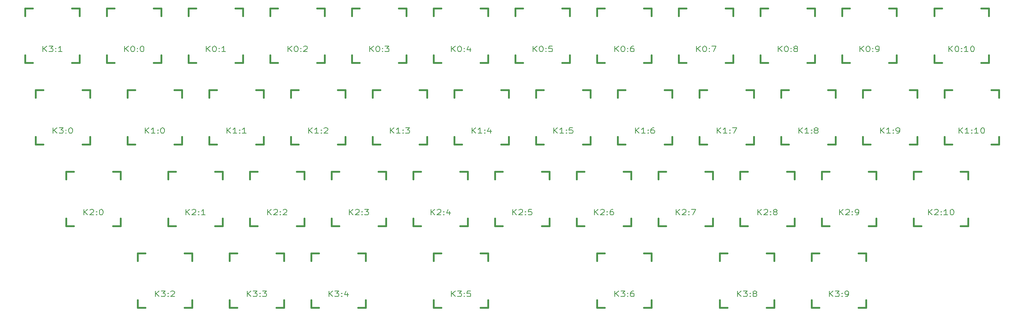
<source format=gto>
G04 #@! TF.FileFunction,Legend,Top*
%FSLAX46Y46*%
G04 Gerber Fmt 4.6, Leading zero omitted, Abs format (unit mm)*
G04 Created by KiCad (PCBNEW 4.0.7) date 05/05/18 17:10:26*
%MOMM*%
%LPD*%
G01*
G04 APERTURE LIST*
%ADD10C,0.100000*%
%ADD11C,0.381000*%
%ADD12C,0.203200*%
G04 APERTURE END LIST*
D10*
D11*
X157956250Y-62706250D02*
X159734250Y-62706250D01*
X168878250Y-62706250D02*
X170656250Y-62706250D01*
X170656250Y-62706250D02*
X170656250Y-64484250D01*
X170656250Y-73628250D02*
X170656250Y-75406250D01*
X170656250Y-75406250D02*
X168878250Y-75406250D01*
X159734250Y-75406250D02*
X157956250Y-75406250D01*
X157956250Y-75406250D02*
X157956250Y-73628250D01*
X157956250Y-64484250D02*
X157956250Y-62706250D01*
X177006250Y-62706250D02*
X178784250Y-62706250D01*
X187928250Y-62706250D02*
X189706250Y-62706250D01*
X189706250Y-62706250D02*
X189706250Y-64484250D01*
X189706250Y-73628250D02*
X189706250Y-75406250D01*
X189706250Y-75406250D02*
X187928250Y-75406250D01*
X178784250Y-75406250D02*
X177006250Y-75406250D01*
X177006250Y-75406250D02*
X177006250Y-73628250D01*
X177006250Y-64484250D02*
X177006250Y-62706250D01*
X241300000Y-24606250D02*
X243078000Y-24606250D01*
X252222000Y-24606250D02*
X254000000Y-24606250D01*
X254000000Y-24606250D02*
X254000000Y-26384250D01*
X254000000Y-35528250D02*
X254000000Y-37306250D01*
X254000000Y-37306250D02*
X252222000Y-37306250D01*
X243078000Y-37306250D02*
X241300000Y-37306250D01*
X241300000Y-37306250D02*
X241300000Y-35528250D01*
X241300000Y-26384250D02*
X241300000Y-24606250D01*
X48418750Y-24606250D02*
X50196750Y-24606250D01*
X59340750Y-24606250D02*
X61118750Y-24606250D01*
X61118750Y-24606250D02*
X61118750Y-26384250D01*
X61118750Y-35528250D02*
X61118750Y-37306250D01*
X61118750Y-37306250D02*
X59340750Y-37306250D01*
X50196750Y-37306250D02*
X48418750Y-37306250D01*
X48418750Y-37306250D02*
X48418750Y-35528250D01*
X48418750Y-26384250D02*
X48418750Y-24606250D01*
X67468750Y-24606250D02*
X69246750Y-24606250D01*
X78390750Y-24606250D02*
X80168750Y-24606250D01*
X80168750Y-24606250D02*
X80168750Y-26384250D01*
X80168750Y-35528250D02*
X80168750Y-37306250D01*
X80168750Y-37306250D02*
X78390750Y-37306250D01*
X69246750Y-37306250D02*
X67468750Y-37306250D01*
X67468750Y-37306250D02*
X67468750Y-35528250D01*
X67468750Y-26384250D02*
X67468750Y-24606250D01*
X86518750Y-24606250D02*
X88296750Y-24606250D01*
X97440750Y-24606250D02*
X99218750Y-24606250D01*
X99218750Y-24606250D02*
X99218750Y-26384250D01*
X99218750Y-35528250D02*
X99218750Y-37306250D01*
X99218750Y-37306250D02*
X97440750Y-37306250D01*
X88296750Y-37306250D02*
X86518750Y-37306250D01*
X86518750Y-37306250D02*
X86518750Y-35528250D01*
X86518750Y-26384250D02*
X86518750Y-24606250D01*
X105568750Y-24606250D02*
X107346750Y-24606250D01*
X116490750Y-24606250D02*
X118268750Y-24606250D01*
X118268750Y-24606250D02*
X118268750Y-26384250D01*
X118268750Y-35528250D02*
X118268750Y-37306250D01*
X118268750Y-37306250D02*
X116490750Y-37306250D01*
X107346750Y-37306250D02*
X105568750Y-37306250D01*
X105568750Y-37306250D02*
X105568750Y-35528250D01*
X105568750Y-26384250D02*
X105568750Y-24606250D01*
X124618750Y-24606250D02*
X126396750Y-24606250D01*
X135540750Y-24606250D02*
X137318750Y-24606250D01*
X137318750Y-24606250D02*
X137318750Y-26384250D01*
X137318750Y-35528250D02*
X137318750Y-37306250D01*
X137318750Y-37306250D02*
X135540750Y-37306250D01*
X126396750Y-37306250D02*
X124618750Y-37306250D01*
X124618750Y-37306250D02*
X124618750Y-35528250D01*
X124618750Y-26384250D02*
X124618750Y-24606250D01*
X143668750Y-24606250D02*
X145446750Y-24606250D01*
X154590750Y-24606250D02*
X156368750Y-24606250D01*
X156368750Y-24606250D02*
X156368750Y-26384250D01*
X156368750Y-35528250D02*
X156368750Y-37306250D01*
X156368750Y-37306250D02*
X154590750Y-37306250D01*
X145446750Y-37306250D02*
X143668750Y-37306250D01*
X143668750Y-37306250D02*
X143668750Y-35528250D01*
X143668750Y-26384250D02*
X143668750Y-24606250D01*
X162718750Y-24606250D02*
X164496750Y-24606250D01*
X173640750Y-24606250D02*
X175418750Y-24606250D01*
X175418750Y-24606250D02*
X175418750Y-26384250D01*
X175418750Y-35528250D02*
X175418750Y-37306250D01*
X175418750Y-37306250D02*
X173640750Y-37306250D01*
X164496750Y-37306250D02*
X162718750Y-37306250D01*
X162718750Y-37306250D02*
X162718750Y-35528250D01*
X162718750Y-26384250D02*
X162718750Y-24606250D01*
X200818750Y-24606250D02*
X202596750Y-24606250D01*
X211740750Y-24606250D02*
X213518750Y-24606250D01*
X213518750Y-24606250D02*
X213518750Y-26384250D01*
X213518750Y-35528250D02*
X213518750Y-37306250D01*
X213518750Y-37306250D02*
X211740750Y-37306250D01*
X202596750Y-37306250D02*
X200818750Y-37306250D01*
X200818750Y-37306250D02*
X200818750Y-35528250D01*
X200818750Y-26384250D02*
X200818750Y-24606250D01*
X219868750Y-24606250D02*
X221646750Y-24606250D01*
X230790750Y-24606250D02*
X232568750Y-24606250D01*
X232568750Y-24606250D02*
X232568750Y-26384250D01*
X232568750Y-35528250D02*
X232568750Y-37306250D01*
X232568750Y-37306250D02*
X230790750Y-37306250D01*
X221646750Y-37306250D02*
X219868750Y-37306250D01*
X219868750Y-37306250D02*
X219868750Y-35528250D01*
X219868750Y-26384250D02*
X219868750Y-24606250D01*
X53181250Y-43656250D02*
X54959250Y-43656250D01*
X64103250Y-43656250D02*
X65881250Y-43656250D01*
X65881250Y-43656250D02*
X65881250Y-45434250D01*
X65881250Y-54578250D02*
X65881250Y-56356250D01*
X65881250Y-56356250D02*
X64103250Y-56356250D01*
X54959250Y-56356250D02*
X53181250Y-56356250D01*
X53181250Y-56356250D02*
X53181250Y-54578250D01*
X53181250Y-45434250D02*
X53181250Y-43656250D01*
X72231250Y-43656250D02*
X74009250Y-43656250D01*
X83153250Y-43656250D02*
X84931250Y-43656250D01*
X84931250Y-43656250D02*
X84931250Y-45434250D01*
X84931250Y-54578250D02*
X84931250Y-56356250D01*
X84931250Y-56356250D02*
X83153250Y-56356250D01*
X74009250Y-56356250D02*
X72231250Y-56356250D01*
X72231250Y-56356250D02*
X72231250Y-54578250D01*
X72231250Y-45434250D02*
X72231250Y-43656250D01*
X91281250Y-43656250D02*
X93059250Y-43656250D01*
X102203250Y-43656250D02*
X103981250Y-43656250D01*
X103981250Y-43656250D02*
X103981250Y-45434250D01*
X103981250Y-54578250D02*
X103981250Y-56356250D01*
X103981250Y-56356250D02*
X102203250Y-56356250D01*
X93059250Y-56356250D02*
X91281250Y-56356250D01*
X91281250Y-56356250D02*
X91281250Y-54578250D01*
X91281250Y-45434250D02*
X91281250Y-43656250D01*
X110331250Y-43656250D02*
X112109250Y-43656250D01*
X121253250Y-43656250D02*
X123031250Y-43656250D01*
X123031250Y-43656250D02*
X123031250Y-45434250D01*
X123031250Y-54578250D02*
X123031250Y-56356250D01*
X123031250Y-56356250D02*
X121253250Y-56356250D01*
X112109250Y-56356250D02*
X110331250Y-56356250D01*
X110331250Y-56356250D02*
X110331250Y-54578250D01*
X110331250Y-45434250D02*
X110331250Y-43656250D01*
X129381250Y-43656250D02*
X131159250Y-43656250D01*
X140303250Y-43656250D02*
X142081250Y-43656250D01*
X142081250Y-43656250D02*
X142081250Y-45434250D01*
X142081250Y-54578250D02*
X142081250Y-56356250D01*
X142081250Y-56356250D02*
X140303250Y-56356250D01*
X131159250Y-56356250D02*
X129381250Y-56356250D01*
X129381250Y-56356250D02*
X129381250Y-54578250D01*
X129381250Y-45434250D02*
X129381250Y-43656250D01*
X148431250Y-43656250D02*
X150209250Y-43656250D01*
X159353250Y-43656250D02*
X161131250Y-43656250D01*
X161131250Y-43656250D02*
X161131250Y-45434250D01*
X161131250Y-54578250D02*
X161131250Y-56356250D01*
X161131250Y-56356250D02*
X159353250Y-56356250D01*
X150209250Y-56356250D02*
X148431250Y-56356250D01*
X148431250Y-56356250D02*
X148431250Y-54578250D01*
X148431250Y-45434250D02*
X148431250Y-43656250D01*
X167481250Y-43656250D02*
X169259250Y-43656250D01*
X178403250Y-43656250D02*
X180181250Y-43656250D01*
X180181250Y-43656250D02*
X180181250Y-45434250D01*
X180181250Y-54578250D02*
X180181250Y-56356250D01*
X180181250Y-56356250D02*
X178403250Y-56356250D01*
X169259250Y-56356250D02*
X167481250Y-56356250D01*
X167481250Y-56356250D02*
X167481250Y-54578250D01*
X167481250Y-45434250D02*
X167481250Y-43656250D01*
X186531250Y-43656250D02*
X188309250Y-43656250D01*
X197453250Y-43656250D02*
X199231250Y-43656250D01*
X199231250Y-43656250D02*
X199231250Y-45434250D01*
X199231250Y-54578250D02*
X199231250Y-56356250D01*
X199231250Y-56356250D02*
X197453250Y-56356250D01*
X188309250Y-56356250D02*
X186531250Y-56356250D01*
X186531250Y-56356250D02*
X186531250Y-54578250D01*
X186531250Y-45434250D02*
X186531250Y-43656250D01*
X205581250Y-43656250D02*
X207359250Y-43656250D01*
X216503250Y-43656250D02*
X218281250Y-43656250D01*
X218281250Y-43656250D02*
X218281250Y-45434250D01*
X218281250Y-54578250D02*
X218281250Y-56356250D01*
X218281250Y-56356250D02*
X216503250Y-56356250D01*
X207359250Y-56356250D02*
X205581250Y-56356250D01*
X205581250Y-56356250D02*
X205581250Y-54578250D01*
X205581250Y-45434250D02*
X205581250Y-43656250D01*
X224631250Y-43656250D02*
X226409250Y-43656250D01*
X235553250Y-43656250D02*
X237331250Y-43656250D01*
X237331250Y-43656250D02*
X237331250Y-45434250D01*
X237331250Y-54578250D02*
X237331250Y-56356250D01*
X237331250Y-56356250D02*
X235553250Y-56356250D01*
X226409250Y-56356250D02*
X224631250Y-56356250D01*
X224631250Y-56356250D02*
X224631250Y-54578250D01*
X224631250Y-45434250D02*
X224631250Y-43656250D01*
X243681250Y-43656250D02*
X245459250Y-43656250D01*
X254603250Y-43656250D02*
X256381250Y-43656250D01*
X256381250Y-43656250D02*
X256381250Y-45434250D01*
X256381250Y-54578250D02*
X256381250Y-56356250D01*
X256381250Y-56356250D02*
X254603250Y-56356250D01*
X245459250Y-56356250D02*
X243681250Y-56356250D01*
X243681250Y-56356250D02*
X243681250Y-54578250D01*
X243681250Y-45434250D02*
X243681250Y-43656250D01*
X38893750Y-62706250D02*
X40671750Y-62706250D01*
X49815750Y-62706250D02*
X51593750Y-62706250D01*
X51593750Y-62706250D02*
X51593750Y-64484250D01*
X51593750Y-73628250D02*
X51593750Y-75406250D01*
X51593750Y-75406250D02*
X49815750Y-75406250D01*
X40671750Y-75406250D02*
X38893750Y-75406250D01*
X38893750Y-75406250D02*
X38893750Y-73628250D01*
X38893750Y-64484250D02*
X38893750Y-62706250D01*
X62706308Y-62706308D02*
X64484308Y-62706308D01*
X73628308Y-62706308D02*
X75406308Y-62706308D01*
X75406308Y-62706308D02*
X75406308Y-64484308D01*
X75406308Y-73628308D02*
X75406308Y-75406308D01*
X75406308Y-75406308D02*
X73628308Y-75406308D01*
X64484308Y-75406308D02*
X62706308Y-75406308D01*
X62706308Y-75406308D02*
X62706308Y-73628308D01*
X62706308Y-64484308D02*
X62706308Y-62706308D01*
X81756324Y-62706308D02*
X83534324Y-62706308D01*
X92678324Y-62706308D02*
X94456324Y-62706308D01*
X94456324Y-62706308D02*
X94456324Y-64484308D01*
X94456324Y-73628308D02*
X94456324Y-75406308D01*
X94456324Y-75406308D02*
X92678324Y-75406308D01*
X83534324Y-75406308D02*
X81756324Y-75406308D01*
X81756324Y-75406308D02*
X81756324Y-73628308D01*
X81756324Y-64484308D02*
X81756324Y-62706308D01*
X100806250Y-62706250D02*
X102584250Y-62706250D01*
X111728250Y-62706250D02*
X113506250Y-62706250D01*
X113506250Y-62706250D02*
X113506250Y-64484250D01*
X113506250Y-73628250D02*
X113506250Y-75406250D01*
X113506250Y-75406250D02*
X111728250Y-75406250D01*
X102584250Y-75406250D02*
X100806250Y-75406250D01*
X100806250Y-75406250D02*
X100806250Y-73628250D01*
X100806250Y-64484250D02*
X100806250Y-62706250D01*
X119856250Y-62706250D02*
X121634250Y-62706250D01*
X130778250Y-62706250D02*
X132556250Y-62706250D01*
X132556250Y-62706250D02*
X132556250Y-64484250D01*
X132556250Y-73628250D02*
X132556250Y-75406250D01*
X132556250Y-75406250D02*
X130778250Y-75406250D01*
X121634250Y-75406250D02*
X119856250Y-75406250D01*
X119856250Y-75406250D02*
X119856250Y-73628250D01*
X119856250Y-64484250D02*
X119856250Y-62706250D01*
X138906250Y-62706250D02*
X140684250Y-62706250D01*
X149828250Y-62706250D02*
X151606250Y-62706250D01*
X151606250Y-62706250D02*
X151606250Y-64484250D01*
X151606250Y-73628250D02*
X151606250Y-75406250D01*
X151606250Y-75406250D02*
X149828250Y-75406250D01*
X140684250Y-75406250D02*
X138906250Y-75406250D01*
X138906250Y-75406250D02*
X138906250Y-73628250D01*
X138906250Y-64484250D02*
X138906250Y-62706250D01*
X196056250Y-62706250D02*
X197834250Y-62706250D01*
X206978250Y-62706250D02*
X208756250Y-62706250D01*
X208756250Y-62706250D02*
X208756250Y-64484250D01*
X208756250Y-73628250D02*
X208756250Y-75406250D01*
X208756250Y-75406250D02*
X206978250Y-75406250D01*
X197834250Y-75406250D02*
X196056250Y-75406250D01*
X196056250Y-75406250D02*
X196056250Y-73628250D01*
X196056250Y-64484250D02*
X196056250Y-62706250D01*
X215106250Y-62706250D02*
X216884250Y-62706250D01*
X226028250Y-62706250D02*
X227806250Y-62706250D01*
X227806250Y-62706250D02*
X227806250Y-64484250D01*
X227806250Y-73628250D02*
X227806250Y-75406250D01*
X227806250Y-75406250D02*
X226028250Y-75406250D01*
X216884250Y-75406250D02*
X215106250Y-75406250D01*
X215106250Y-75406250D02*
X215106250Y-73628250D01*
X215106250Y-64484250D02*
X215106250Y-62706250D01*
X236537500Y-62706250D02*
X238315500Y-62706250D01*
X247459500Y-62706250D02*
X249237500Y-62706250D01*
X249237500Y-62706250D02*
X249237500Y-64484250D01*
X249237500Y-73628250D02*
X249237500Y-75406250D01*
X249237500Y-75406250D02*
X247459500Y-75406250D01*
X238315500Y-75406250D02*
X236537500Y-75406250D01*
X236537500Y-75406250D02*
X236537500Y-73628250D01*
X236537500Y-64484250D02*
X236537500Y-62706250D01*
X31750000Y-43656250D02*
X33528000Y-43656250D01*
X42672000Y-43656250D02*
X44450000Y-43656250D01*
X44450000Y-43656250D02*
X44450000Y-45434250D01*
X44450000Y-54578250D02*
X44450000Y-56356250D01*
X44450000Y-56356250D02*
X42672000Y-56356250D01*
X33528000Y-56356250D02*
X31750000Y-56356250D01*
X31750000Y-56356250D02*
X31750000Y-54578250D01*
X31750000Y-45434250D02*
X31750000Y-43656250D01*
X29368750Y-24606250D02*
X31146750Y-24606250D01*
X40290750Y-24606250D02*
X42068750Y-24606250D01*
X42068750Y-24606250D02*
X42068750Y-26384250D01*
X42068750Y-35528250D02*
X42068750Y-37306250D01*
X42068750Y-37306250D02*
X40290750Y-37306250D01*
X31146750Y-37306250D02*
X29368750Y-37306250D01*
X29368750Y-37306250D02*
X29368750Y-35528250D01*
X29368750Y-26384250D02*
X29368750Y-24606250D01*
X55562500Y-81756250D02*
X57340500Y-81756250D01*
X66484500Y-81756250D02*
X68262500Y-81756250D01*
X68262500Y-81756250D02*
X68262500Y-83534250D01*
X68262500Y-92678250D02*
X68262500Y-94456250D01*
X68262500Y-94456250D02*
X66484500Y-94456250D01*
X57340500Y-94456250D02*
X55562500Y-94456250D01*
X55562500Y-94456250D02*
X55562500Y-92678250D01*
X55562500Y-83534250D02*
X55562500Y-81756250D01*
X96043750Y-81756250D02*
X97821750Y-81756250D01*
X106965750Y-81756250D02*
X108743750Y-81756250D01*
X108743750Y-81756250D02*
X108743750Y-83534250D01*
X108743750Y-92678250D02*
X108743750Y-94456250D01*
X108743750Y-94456250D02*
X106965750Y-94456250D01*
X97821750Y-94456250D02*
X96043750Y-94456250D01*
X96043750Y-94456250D02*
X96043750Y-92678250D01*
X96043750Y-83534250D02*
X96043750Y-81756250D01*
X76993750Y-81756250D02*
X78771750Y-81756250D01*
X87915750Y-81756250D02*
X89693750Y-81756250D01*
X89693750Y-81756250D02*
X89693750Y-83534250D01*
X89693750Y-92678250D02*
X89693750Y-94456250D01*
X89693750Y-94456250D02*
X87915750Y-94456250D01*
X78771750Y-94456250D02*
X76993750Y-94456250D01*
X76993750Y-94456250D02*
X76993750Y-92678250D01*
X76993750Y-83534250D02*
X76993750Y-81756250D01*
X191293750Y-81756250D02*
X193071750Y-81756250D01*
X202215750Y-81756250D02*
X203993750Y-81756250D01*
X203993750Y-81756250D02*
X203993750Y-83534250D01*
X203993750Y-92678250D02*
X203993750Y-94456250D01*
X203993750Y-94456250D02*
X202215750Y-94456250D01*
X193071750Y-94456250D02*
X191293750Y-94456250D01*
X191293750Y-94456250D02*
X191293750Y-92678250D01*
X191293750Y-83534250D02*
X191293750Y-81756250D01*
X212725000Y-81756250D02*
X214503000Y-81756250D01*
X223647000Y-81756250D02*
X225425000Y-81756250D01*
X225425000Y-81756250D02*
X225425000Y-83534250D01*
X225425000Y-92678250D02*
X225425000Y-94456250D01*
X225425000Y-94456250D02*
X223647000Y-94456250D01*
X214503000Y-94456250D02*
X212725000Y-94456250D01*
X212725000Y-94456250D02*
X212725000Y-92678250D01*
X212725000Y-83534250D02*
X212725000Y-81756250D01*
X181768908Y-24606276D02*
X183546908Y-24606276D01*
X192690908Y-24606276D02*
X194468908Y-24606276D01*
X194468908Y-24606276D02*
X194468908Y-26384276D01*
X194468908Y-35528276D02*
X194468908Y-37306276D01*
X194468908Y-37306276D02*
X192690908Y-37306276D01*
X183546908Y-37306276D02*
X181768908Y-37306276D01*
X181768908Y-37306276D02*
X181768908Y-35528276D01*
X181768908Y-26384276D02*
X181768908Y-24606276D01*
X124618750Y-81756250D02*
X126396750Y-81756250D01*
X135540750Y-81756250D02*
X137318750Y-81756250D01*
X137318750Y-81756250D02*
X137318750Y-83534250D01*
X137318750Y-92678250D02*
X137318750Y-94456250D01*
X137318750Y-94456250D02*
X135540750Y-94456250D01*
X126396750Y-94456250D02*
X124618750Y-94456250D01*
X124618750Y-94456250D02*
X124618750Y-92678250D01*
X124618750Y-83534250D02*
X124618750Y-81756250D01*
X162718750Y-81756250D02*
X164496750Y-81756250D01*
X173640750Y-81756250D02*
X175418750Y-81756250D01*
X175418750Y-81756250D02*
X175418750Y-83534250D01*
X175418750Y-92678250D02*
X175418750Y-94456250D01*
X175418750Y-94456250D02*
X173640750Y-94456250D01*
X164496750Y-94456250D02*
X162718750Y-94456250D01*
X162718750Y-94456250D02*
X162718750Y-92678250D01*
X162718750Y-83534250D02*
X162718750Y-81756250D01*
D12*
X162092821Y-72805774D02*
X162092821Y-71535774D01*
X162963678Y-72805774D02*
X162310535Y-72080060D01*
X162963678Y-71535774D02*
X162092821Y-72261488D01*
X163544250Y-71656726D02*
X163616821Y-71596250D01*
X163761964Y-71535774D01*
X164124821Y-71535774D01*
X164269964Y-71596250D01*
X164342535Y-71656726D01*
X164415107Y-71777679D01*
X164415107Y-71898631D01*
X164342535Y-72080060D01*
X163471678Y-72805774D01*
X164415107Y-72805774D01*
X165068250Y-72684821D02*
X165140822Y-72745298D01*
X165068250Y-72805774D01*
X164995679Y-72745298D01*
X165068250Y-72684821D01*
X165068250Y-72805774D01*
X165068250Y-72019583D02*
X165140822Y-72080060D01*
X165068250Y-72140536D01*
X164995679Y-72080060D01*
X165068250Y-72019583D01*
X165068250Y-72140536D01*
X166447107Y-71535774D02*
X166156821Y-71535774D01*
X166011678Y-71596250D01*
X165939107Y-71656726D01*
X165793964Y-71838155D01*
X165721393Y-72080060D01*
X165721393Y-72563869D01*
X165793964Y-72684821D01*
X165866536Y-72745298D01*
X166011678Y-72805774D01*
X166301964Y-72805774D01*
X166447107Y-72745298D01*
X166519678Y-72684821D01*
X166592250Y-72563869D01*
X166592250Y-72261488D01*
X166519678Y-72140536D01*
X166447107Y-72080060D01*
X166301964Y-72019583D01*
X166011678Y-72019583D01*
X165866536Y-72080060D01*
X165793964Y-72140536D01*
X165721393Y-72261488D01*
X181142821Y-72805774D02*
X181142821Y-71535774D01*
X182013678Y-72805774D02*
X181360535Y-72080060D01*
X182013678Y-71535774D02*
X181142821Y-72261488D01*
X182594250Y-71656726D02*
X182666821Y-71596250D01*
X182811964Y-71535774D01*
X183174821Y-71535774D01*
X183319964Y-71596250D01*
X183392535Y-71656726D01*
X183465107Y-71777679D01*
X183465107Y-71898631D01*
X183392535Y-72080060D01*
X182521678Y-72805774D01*
X183465107Y-72805774D01*
X184118250Y-72684821D02*
X184190822Y-72745298D01*
X184118250Y-72805774D01*
X184045679Y-72745298D01*
X184118250Y-72684821D01*
X184118250Y-72805774D01*
X184118250Y-72019583D02*
X184190822Y-72080060D01*
X184118250Y-72140536D01*
X184045679Y-72080060D01*
X184118250Y-72019583D01*
X184118250Y-72140536D01*
X184698821Y-71535774D02*
X185714821Y-71535774D01*
X185061678Y-72805774D01*
X244710857Y-34705774D02*
X244710857Y-33435774D01*
X245581714Y-34705774D02*
X244928571Y-33980060D01*
X245581714Y-33435774D02*
X244710857Y-34161488D01*
X246525143Y-33435774D02*
X246670286Y-33435774D01*
X246815429Y-33496250D01*
X246888000Y-33556726D01*
X246960571Y-33677679D01*
X247033143Y-33919583D01*
X247033143Y-34221964D01*
X246960571Y-34463869D01*
X246888000Y-34584821D01*
X246815429Y-34645298D01*
X246670286Y-34705774D01*
X246525143Y-34705774D01*
X246380000Y-34645298D01*
X246307429Y-34584821D01*
X246234857Y-34463869D01*
X246162286Y-34221964D01*
X246162286Y-33919583D01*
X246234857Y-33677679D01*
X246307429Y-33556726D01*
X246380000Y-33496250D01*
X246525143Y-33435774D01*
X247686286Y-34584821D02*
X247758858Y-34645298D01*
X247686286Y-34705774D01*
X247613715Y-34645298D01*
X247686286Y-34584821D01*
X247686286Y-34705774D01*
X247686286Y-33919583D02*
X247758858Y-33980060D01*
X247686286Y-34040536D01*
X247613715Y-33980060D01*
X247686286Y-33919583D01*
X247686286Y-34040536D01*
X249210286Y-34705774D02*
X248339429Y-34705774D01*
X248774857Y-34705774D02*
X248774857Y-33435774D01*
X248629714Y-33617202D01*
X248484572Y-33738155D01*
X248339429Y-33798631D01*
X250153715Y-33435774D02*
X250298858Y-33435774D01*
X250444001Y-33496250D01*
X250516572Y-33556726D01*
X250589143Y-33677679D01*
X250661715Y-33919583D01*
X250661715Y-34221964D01*
X250589143Y-34463869D01*
X250516572Y-34584821D01*
X250444001Y-34645298D01*
X250298858Y-34705774D01*
X250153715Y-34705774D01*
X250008572Y-34645298D01*
X249936001Y-34584821D01*
X249863429Y-34463869D01*
X249790858Y-34221964D01*
X249790858Y-33919583D01*
X249863429Y-33677679D01*
X249936001Y-33556726D01*
X250008572Y-33496250D01*
X250153715Y-33435774D01*
X52555321Y-34705774D02*
X52555321Y-33435774D01*
X53426178Y-34705774D02*
X52773035Y-33980060D01*
X53426178Y-33435774D02*
X52555321Y-34161488D01*
X54369607Y-33435774D02*
X54514750Y-33435774D01*
X54659893Y-33496250D01*
X54732464Y-33556726D01*
X54805035Y-33677679D01*
X54877607Y-33919583D01*
X54877607Y-34221964D01*
X54805035Y-34463869D01*
X54732464Y-34584821D01*
X54659893Y-34645298D01*
X54514750Y-34705774D01*
X54369607Y-34705774D01*
X54224464Y-34645298D01*
X54151893Y-34584821D01*
X54079321Y-34463869D01*
X54006750Y-34221964D01*
X54006750Y-33919583D01*
X54079321Y-33677679D01*
X54151893Y-33556726D01*
X54224464Y-33496250D01*
X54369607Y-33435774D01*
X55530750Y-34584821D02*
X55603322Y-34645298D01*
X55530750Y-34705774D01*
X55458179Y-34645298D01*
X55530750Y-34584821D01*
X55530750Y-34705774D01*
X55530750Y-33919583D02*
X55603322Y-33980060D01*
X55530750Y-34040536D01*
X55458179Y-33980060D01*
X55530750Y-33919583D01*
X55530750Y-34040536D01*
X56546750Y-33435774D02*
X56691893Y-33435774D01*
X56837036Y-33496250D01*
X56909607Y-33556726D01*
X56982178Y-33677679D01*
X57054750Y-33919583D01*
X57054750Y-34221964D01*
X56982178Y-34463869D01*
X56909607Y-34584821D01*
X56837036Y-34645298D01*
X56691893Y-34705774D01*
X56546750Y-34705774D01*
X56401607Y-34645298D01*
X56329036Y-34584821D01*
X56256464Y-34463869D01*
X56183893Y-34221964D01*
X56183893Y-33919583D01*
X56256464Y-33677679D01*
X56329036Y-33556726D01*
X56401607Y-33496250D01*
X56546750Y-33435774D01*
X71605321Y-34705774D02*
X71605321Y-33435774D01*
X72476178Y-34705774D02*
X71823035Y-33980060D01*
X72476178Y-33435774D02*
X71605321Y-34161488D01*
X73419607Y-33435774D02*
X73564750Y-33435774D01*
X73709893Y-33496250D01*
X73782464Y-33556726D01*
X73855035Y-33677679D01*
X73927607Y-33919583D01*
X73927607Y-34221964D01*
X73855035Y-34463869D01*
X73782464Y-34584821D01*
X73709893Y-34645298D01*
X73564750Y-34705774D01*
X73419607Y-34705774D01*
X73274464Y-34645298D01*
X73201893Y-34584821D01*
X73129321Y-34463869D01*
X73056750Y-34221964D01*
X73056750Y-33919583D01*
X73129321Y-33677679D01*
X73201893Y-33556726D01*
X73274464Y-33496250D01*
X73419607Y-33435774D01*
X74580750Y-34584821D02*
X74653322Y-34645298D01*
X74580750Y-34705774D01*
X74508179Y-34645298D01*
X74580750Y-34584821D01*
X74580750Y-34705774D01*
X74580750Y-33919583D02*
X74653322Y-33980060D01*
X74580750Y-34040536D01*
X74508179Y-33980060D01*
X74580750Y-33919583D01*
X74580750Y-34040536D01*
X76104750Y-34705774D02*
X75233893Y-34705774D01*
X75669321Y-34705774D02*
X75669321Y-33435774D01*
X75524178Y-33617202D01*
X75379036Y-33738155D01*
X75233893Y-33798631D01*
X90655321Y-34705774D02*
X90655321Y-33435774D01*
X91526178Y-34705774D02*
X90873035Y-33980060D01*
X91526178Y-33435774D02*
X90655321Y-34161488D01*
X92469607Y-33435774D02*
X92614750Y-33435774D01*
X92759893Y-33496250D01*
X92832464Y-33556726D01*
X92905035Y-33677679D01*
X92977607Y-33919583D01*
X92977607Y-34221964D01*
X92905035Y-34463869D01*
X92832464Y-34584821D01*
X92759893Y-34645298D01*
X92614750Y-34705774D01*
X92469607Y-34705774D01*
X92324464Y-34645298D01*
X92251893Y-34584821D01*
X92179321Y-34463869D01*
X92106750Y-34221964D01*
X92106750Y-33919583D01*
X92179321Y-33677679D01*
X92251893Y-33556726D01*
X92324464Y-33496250D01*
X92469607Y-33435774D01*
X93630750Y-34584821D02*
X93703322Y-34645298D01*
X93630750Y-34705774D01*
X93558179Y-34645298D01*
X93630750Y-34584821D01*
X93630750Y-34705774D01*
X93630750Y-33919583D02*
X93703322Y-33980060D01*
X93630750Y-34040536D01*
X93558179Y-33980060D01*
X93630750Y-33919583D01*
X93630750Y-34040536D01*
X94283893Y-33556726D02*
X94356464Y-33496250D01*
X94501607Y-33435774D01*
X94864464Y-33435774D01*
X95009607Y-33496250D01*
X95082178Y-33556726D01*
X95154750Y-33677679D01*
X95154750Y-33798631D01*
X95082178Y-33980060D01*
X94211321Y-34705774D01*
X95154750Y-34705774D01*
X109705321Y-34705774D02*
X109705321Y-33435774D01*
X110576178Y-34705774D02*
X109923035Y-33980060D01*
X110576178Y-33435774D02*
X109705321Y-34161488D01*
X111519607Y-33435774D02*
X111664750Y-33435774D01*
X111809893Y-33496250D01*
X111882464Y-33556726D01*
X111955035Y-33677679D01*
X112027607Y-33919583D01*
X112027607Y-34221964D01*
X111955035Y-34463869D01*
X111882464Y-34584821D01*
X111809893Y-34645298D01*
X111664750Y-34705774D01*
X111519607Y-34705774D01*
X111374464Y-34645298D01*
X111301893Y-34584821D01*
X111229321Y-34463869D01*
X111156750Y-34221964D01*
X111156750Y-33919583D01*
X111229321Y-33677679D01*
X111301893Y-33556726D01*
X111374464Y-33496250D01*
X111519607Y-33435774D01*
X112680750Y-34584821D02*
X112753322Y-34645298D01*
X112680750Y-34705774D01*
X112608179Y-34645298D01*
X112680750Y-34584821D01*
X112680750Y-34705774D01*
X112680750Y-33919583D02*
X112753322Y-33980060D01*
X112680750Y-34040536D01*
X112608179Y-33980060D01*
X112680750Y-33919583D01*
X112680750Y-34040536D01*
X113261321Y-33435774D02*
X114204750Y-33435774D01*
X113696750Y-33919583D01*
X113914464Y-33919583D01*
X114059607Y-33980060D01*
X114132178Y-34040536D01*
X114204750Y-34161488D01*
X114204750Y-34463869D01*
X114132178Y-34584821D01*
X114059607Y-34645298D01*
X113914464Y-34705774D01*
X113479036Y-34705774D01*
X113333893Y-34645298D01*
X113261321Y-34584821D01*
X128755321Y-34705774D02*
X128755321Y-33435774D01*
X129626178Y-34705774D02*
X128973035Y-33980060D01*
X129626178Y-33435774D02*
X128755321Y-34161488D01*
X130569607Y-33435774D02*
X130714750Y-33435774D01*
X130859893Y-33496250D01*
X130932464Y-33556726D01*
X131005035Y-33677679D01*
X131077607Y-33919583D01*
X131077607Y-34221964D01*
X131005035Y-34463869D01*
X130932464Y-34584821D01*
X130859893Y-34645298D01*
X130714750Y-34705774D01*
X130569607Y-34705774D01*
X130424464Y-34645298D01*
X130351893Y-34584821D01*
X130279321Y-34463869D01*
X130206750Y-34221964D01*
X130206750Y-33919583D01*
X130279321Y-33677679D01*
X130351893Y-33556726D01*
X130424464Y-33496250D01*
X130569607Y-33435774D01*
X131730750Y-34584821D02*
X131803322Y-34645298D01*
X131730750Y-34705774D01*
X131658179Y-34645298D01*
X131730750Y-34584821D01*
X131730750Y-34705774D01*
X131730750Y-33919583D02*
X131803322Y-33980060D01*
X131730750Y-34040536D01*
X131658179Y-33980060D01*
X131730750Y-33919583D01*
X131730750Y-34040536D01*
X133109607Y-33859107D02*
X133109607Y-34705774D01*
X132746750Y-33375298D02*
X132383893Y-34282440D01*
X133327321Y-34282440D01*
X147805321Y-34705774D02*
X147805321Y-33435774D01*
X148676178Y-34705774D02*
X148023035Y-33980060D01*
X148676178Y-33435774D02*
X147805321Y-34161488D01*
X149619607Y-33435774D02*
X149764750Y-33435774D01*
X149909893Y-33496250D01*
X149982464Y-33556726D01*
X150055035Y-33677679D01*
X150127607Y-33919583D01*
X150127607Y-34221964D01*
X150055035Y-34463869D01*
X149982464Y-34584821D01*
X149909893Y-34645298D01*
X149764750Y-34705774D01*
X149619607Y-34705774D01*
X149474464Y-34645298D01*
X149401893Y-34584821D01*
X149329321Y-34463869D01*
X149256750Y-34221964D01*
X149256750Y-33919583D01*
X149329321Y-33677679D01*
X149401893Y-33556726D01*
X149474464Y-33496250D01*
X149619607Y-33435774D01*
X150780750Y-34584821D02*
X150853322Y-34645298D01*
X150780750Y-34705774D01*
X150708179Y-34645298D01*
X150780750Y-34584821D01*
X150780750Y-34705774D01*
X150780750Y-33919583D02*
X150853322Y-33980060D01*
X150780750Y-34040536D01*
X150708179Y-33980060D01*
X150780750Y-33919583D01*
X150780750Y-34040536D01*
X152232178Y-33435774D02*
X151506464Y-33435774D01*
X151433893Y-34040536D01*
X151506464Y-33980060D01*
X151651607Y-33919583D01*
X152014464Y-33919583D01*
X152159607Y-33980060D01*
X152232178Y-34040536D01*
X152304750Y-34161488D01*
X152304750Y-34463869D01*
X152232178Y-34584821D01*
X152159607Y-34645298D01*
X152014464Y-34705774D01*
X151651607Y-34705774D01*
X151506464Y-34645298D01*
X151433893Y-34584821D01*
X166855321Y-34705774D02*
X166855321Y-33435774D01*
X167726178Y-34705774D02*
X167073035Y-33980060D01*
X167726178Y-33435774D02*
X166855321Y-34161488D01*
X168669607Y-33435774D02*
X168814750Y-33435774D01*
X168959893Y-33496250D01*
X169032464Y-33556726D01*
X169105035Y-33677679D01*
X169177607Y-33919583D01*
X169177607Y-34221964D01*
X169105035Y-34463869D01*
X169032464Y-34584821D01*
X168959893Y-34645298D01*
X168814750Y-34705774D01*
X168669607Y-34705774D01*
X168524464Y-34645298D01*
X168451893Y-34584821D01*
X168379321Y-34463869D01*
X168306750Y-34221964D01*
X168306750Y-33919583D01*
X168379321Y-33677679D01*
X168451893Y-33556726D01*
X168524464Y-33496250D01*
X168669607Y-33435774D01*
X169830750Y-34584821D02*
X169903322Y-34645298D01*
X169830750Y-34705774D01*
X169758179Y-34645298D01*
X169830750Y-34584821D01*
X169830750Y-34705774D01*
X169830750Y-33919583D02*
X169903322Y-33980060D01*
X169830750Y-34040536D01*
X169758179Y-33980060D01*
X169830750Y-33919583D01*
X169830750Y-34040536D01*
X171209607Y-33435774D02*
X170919321Y-33435774D01*
X170774178Y-33496250D01*
X170701607Y-33556726D01*
X170556464Y-33738155D01*
X170483893Y-33980060D01*
X170483893Y-34463869D01*
X170556464Y-34584821D01*
X170629036Y-34645298D01*
X170774178Y-34705774D01*
X171064464Y-34705774D01*
X171209607Y-34645298D01*
X171282178Y-34584821D01*
X171354750Y-34463869D01*
X171354750Y-34161488D01*
X171282178Y-34040536D01*
X171209607Y-33980060D01*
X171064464Y-33919583D01*
X170774178Y-33919583D01*
X170629036Y-33980060D01*
X170556464Y-34040536D01*
X170483893Y-34161488D01*
X204955321Y-34705774D02*
X204955321Y-33435774D01*
X205826178Y-34705774D02*
X205173035Y-33980060D01*
X205826178Y-33435774D02*
X204955321Y-34161488D01*
X206769607Y-33435774D02*
X206914750Y-33435774D01*
X207059893Y-33496250D01*
X207132464Y-33556726D01*
X207205035Y-33677679D01*
X207277607Y-33919583D01*
X207277607Y-34221964D01*
X207205035Y-34463869D01*
X207132464Y-34584821D01*
X207059893Y-34645298D01*
X206914750Y-34705774D01*
X206769607Y-34705774D01*
X206624464Y-34645298D01*
X206551893Y-34584821D01*
X206479321Y-34463869D01*
X206406750Y-34221964D01*
X206406750Y-33919583D01*
X206479321Y-33677679D01*
X206551893Y-33556726D01*
X206624464Y-33496250D01*
X206769607Y-33435774D01*
X207930750Y-34584821D02*
X208003322Y-34645298D01*
X207930750Y-34705774D01*
X207858179Y-34645298D01*
X207930750Y-34584821D01*
X207930750Y-34705774D01*
X207930750Y-33919583D02*
X208003322Y-33980060D01*
X207930750Y-34040536D01*
X207858179Y-33980060D01*
X207930750Y-33919583D01*
X207930750Y-34040536D01*
X208874178Y-33980060D02*
X208729036Y-33919583D01*
X208656464Y-33859107D01*
X208583893Y-33738155D01*
X208583893Y-33677679D01*
X208656464Y-33556726D01*
X208729036Y-33496250D01*
X208874178Y-33435774D01*
X209164464Y-33435774D01*
X209309607Y-33496250D01*
X209382178Y-33556726D01*
X209454750Y-33677679D01*
X209454750Y-33738155D01*
X209382178Y-33859107D01*
X209309607Y-33919583D01*
X209164464Y-33980060D01*
X208874178Y-33980060D01*
X208729036Y-34040536D01*
X208656464Y-34101012D01*
X208583893Y-34221964D01*
X208583893Y-34463869D01*
X208656464Y-34584821D01*
X208729036Y-34645298D01*
X208874178Y-34705774D01*
X209164464Y-34705774D01*
X209309607Y-34645298D01*
X209382178Y-34584821D01*
X209454750Y-34463869D01*
X209454750Y-34221964D01*
X209382178Y-34101012D01*
X209309607Y-34040536D01*
X209164464Y-33980060D01*
X224005321Y-34705774D02*
X224005321Y-33435774D01*
X224876178Y-34705774D02*
X224223035Y-33980060D01*
X224876178Y-33435774D02*
X224005321Y-34161488D01*
X225819607Y-33435774D02*
X225964750Y-33435774D01*
X226109893Y-33496250D01*
X226182464Y-33556726D01*
X226255035Y-33677679D01*
X226327607Y-33919583D01*
X226327607Y-34221964D01*
X226255035Y-34463869D01*
X226182464Y-34584821D01*
X226109893Y-34645298D01*
X225964750Y-34705774D01*
X225819607Y-34705774D01*
X225674464Y-34645298D01*
X225601893Y-34584821D01*
X225529321Y-34463869D01*
X225456750Y-34221964D01*
X225456750Y-33919583D01*
X225529321Y-33677679D01*
X225601893Y-33556726D01*
X225674464Y-33496250D01*
X225819607Y-33435774D01*
X226980750Y-34584821D02*
X227053322Y-34645298D01*
X226980750Y-34705774D01*
X226908179Y-34645298D01*
X226980750Y-34584821D01*
X226980750Y-34705774D01*
X226980750Y-33919583D02*
X227053322Y-33980060D01*
X226980750Y-34040536D01*
X226908179Y-33980060D01*
X226980750Y-33919583D01*
X226980750Y-34040536D01*
X227779036Y-34705774D02*
X228069321Y-34705774D01*
X228214464Y-34645298D01*
X228287036Y-34584821D01*
X228432178Y-34403393D01*
X228504750Y-34161488D01*
X228504750Y-33677679D01*
X228432178Y-33556726D01*
X228359607Y-33496250D01*
X228214464Y-33435774D01*
X227924178Y-33435774D01*
X227779036Y-33496250D01*
X227706464Y-33556726D01*
X227633893Y-33677679D01*
X227633893Y-33980060D01*
X227706464Y-34101012D01*
X227779036Y-34161488D01*
X227924178Y-34221964D01*
X228214464Y-34221964D01*
X228359607Y-34161488D01*
X228432178Y-34101012D01*
X228504750Y-33980060D01*
X57317821Y-53755774D02*
X57317821Y-52485774D01*
X58188678Y-53755774D02*
X57535535Y-53030060D01*
X58188678Y-52485774D02*
X57317821Y-53211488D01*
X59640107Y-53755774D02*
X58769250Y-53755774D01*
X59204678Y-53755774D02*
X59204678Y-52485774D01*
X59059535Y-52667202D01*
X58914393Y-52788155D01*
X58769250Y-52848631D01*
X60293250Y-53634821D02*
X60365822Y-53695298D01*
X60293250Y-53755774D01*
X60220679Y-53695298D01*
X60293250Y-53634821D01*
X60293250Y-53755774D01*
X60293250Y-52969583D02*
X60365822Y-53030060D01*
X60293250Y-53090536D01*
X60220679Y-53030060D01*
X60293250Y-52969583D01*
X60293250Y-53090536D01*
X61309250Y-52485774D02*
X61454393Y-52485774D01*
X61599536Y-52546250D01*
X61672107Y-52606726D01*
X61744678Y-52727679D01*
X61817250Y-52969583D01*
X61817250Y-53271964D01*
X61744678Y-53513869D01*
X61672107Y-53634821D01*
X61599536Y-53695298D01*
X61454393Y-53755774D01*
X61309250Y-53755774D01*
X61164107Y-53695298D01*
X61091536Y-53634821D01*
X61018964Y-53513869D01*
X60946393Y-53271964D01*
X60946393Y-52969583D01*
X61018964Y-52727679D01*
X61091536Y-52606726D01*
X61164107Y-52546250D01*
X61309250Y-52485774D01*
X76367821Y-53755774D02*
X76367821Y-52485774D01*
X77238678Y-53755774D02*
X76585535Y-53030060D01*
X77238678Y-52485774D02*
X76367821Y-53211488D01*
X78690107Y-53755774D02*
X77819250Y-53755774D01*
X78254678Y-53755774D02*
X78254678Y-52485774D01*
X78109535Y-52667202D01*
X77964393Y-52788155D01*
X77819250Y-52848631D01*
X79343250Y-53634821D02*
X79415822Y-53695298D01*
X79343250Y-53755774D01*
X79270679Y-53695298D01*
X79343250Y-53634821D01*
X79343250Y-53755774D01*
X79343250Y-52969583D02*
X79415822Y-53030060D01*
X79343250Y-53090536D01*
X79270679Y-53030060D01*
X79343250Y-52969583D01*
X79343250Y-53090536D01*
X80867250Y-53755774D02*
X79996393Y-53755774D01*
X80431821Y-53755774D02*
X80431821Y-52485774D01*
X80286678Y-52667202D01*
X80141536Y-52788155D01*
X79996393Y-52848631D01*
X95417821Y-53755774D02*
X95417821Y-52485774D01*
X96288678Y-53755774D02*
X95635535Y-53030060D01*
X96288678Y-52485774D02*
X95417821Y-53211488D01*
X97740107Y-53755774D02*
X96869250Y-53755774D01*
X97304678Y-53755774D02*
X97304678Y-52485774D01*
X97159535Y-52667202D01*
X97014393Y-52788155D01*
X96869250Y-52848631D01*
X98393250Y-53634821D02*
X98465822Y-53695298D01*
X98393250Y-53755774D01*
X98320679Y-53695298D01*
X98393250Y-53634821D01*
X98393250Y-53755774D01*
X98393250Y-52969583D02*
X98465822Y-53030060D01*
X98393250Y-53090536D01*
X98320679Y-53030060D01*
X98393250Y-52969583D01*
X98393250Y-53090536D01*
X99046393Y-52606726D02*
X99118964Y-52546250D01*
X99264107Y-52485774D01*
X99626964Y-52485774D01*
X99772107Y-52546250D01*
X99844678Y-52606726D01*
X99917250Y-52727679D01*
X99917250Y-52848631D01*
X99844678Y-53030060D01*
X98973821Y-53755774D01*
X99917250Y-53755774D01*
X114467821Y-53755774D02*
X114467821Y-52485774D01*
X115338678Y-53755774D02*
X114685535Y-53030060D01*
X115338678Y-52485774D02*
X114467821Y-53211488D01*
X116790107Y-53755774D02*
X115919250Y-53755774D01*
X116354678Y-53755774D02*
X116354678Y-52485774D01*
X116209535Y-52667202D01*
X116064393Y-52788155D01*
X115919250Y-52848631D01*
X117443250Y-53634821D02*
X117515822Y-53695298D01*
X117443250Y-53755774D01*
X117370679Y-53695298D01*
X117443250Y-53634821D01*
X117443250Y-53755774D01*
X117443250Y-52969583D02*
X117515822Y-53030060D01*
X117443250Y-53090536D01*
X117370679Y-53030060D01*
X117443250Y-52969583D01*
X117443250Y-53090536D01*
X118023821Y-52485774D02*
X118967250Y-52485774D01*
X118459250Y-52969583D01*
X118676964Y-52969583D01*
X118822107Y-53030060D01*
X118894678Y-53090536D01*
X118967250Y-53211488D01*
X118967250Y-53513869D01*
X118894678Y-53634821D01*
X118822107Y-53695298D01*
X118676964Y-53755774D01*
X118241536Y-53755774D01*
X118096393Y-53695298D01*
X118023821Y-53634821D01*
X133517821Y-53755774D02*
X133517821Y-52485774D01*
X134388678Y-53755774D02*
X133735535Y-53030060D01*
X134388678Y-52485774D02*
X133517821Y-53211488D01*
X135840107Y-53755774D02*
X134969250Y-53755774D01*
X135404678Y-53755774D02*
X135404678Y-52485774D01*
X135259535Y-52667202D01*
X135114393Y-52788155D01*
X134969250Y-52848631D01*
X136493250Y-53634821D02*
X136565822Y-53695298D01*
X136493250Y-53755774D01*
X136420679Y-53695298D01*
X136493250Y-53634821D01*
X136493250Y-53755774D01*
X136493250Y-52969583D02*
X136565822Y-53030060D01*
X136493250Y-53090536D01*
X136420679Y-53030060D01*
X136493250Y-52969583D01*
X136493250Y-53090536D01*
X137872107Y-52909107D02*
X137872107Y-53755774D01*
X137509250Y-52425298D02*
X137146393Y-53332440D01*
X138089821Y-53332440D01*
X152567821Y-53755774D02*
X152567821Y-52485774D01*
X153438678Y-53755774D02*
X152785535Y-53030060D01*
X153438678Y-52485774D02*
X152567821Y-53211488D01*
X154890107Y-53755774D02*
X154019250Y-53755774D01*
X154454678Y-53755774D02*
X154454678Y-52485774D01*
X154309535Y-52667202D01*
X154164393Y-52788155D01*
X154019250Y-52848631D01*
X155543250Y-53634821D02*
X155615822Y-53695298D01*
X155543250Y-53755774D01*
X155470679Y-53695298D01*
X155543250Y-53634821D01*
X155543250Y-53755774D01*
X155543250Y-52969583D02*
X155615822Y-53030060D01*
X155543250Y-53090536D01*
X155470679Y-53030060D01*
X155543250Y-52969583D01*
X155543250Y-53090536D01*
X156994678Y-52485774D02*
X156268964Y-52485774D01*
X156196393Y-53090536D01*
X156268964Y-53030060D01*
X156414107Y-52969583D01*
X156776964Y-52969583D01*
X156922107Y-53030060D01*
X156994678Y-53090536D01*
X157067250Y-53211488D01*
X157067250Y-53513869D01*
X156994678Y-53634821D01*
X156922107Y-53695298D01*
X156776964Y-53755774D01*
X156414107Y-53755774D01*
X156268964Y-53695298D01*
X156196393Y-53634821D01*
X171617821Y-53755774D02*
X171617821Y-52485774D01*
X172488678Y-53755774D02*
X171835535Y-53030060D01*
X172488678Y-52485774D02*
X171617821Y-53211488D01*
X173940107Y-53755774D02*
X173069250Y-53755774D01*
X173504678Y-53755774D02*
X173504678Y-52485774D01*
X173359535Y-52667202D01*
X173214393Y-52788155D01*
X173069250Y-52848631D01*
X174593250Y-53634821D02*
X174665822Y-53695298D01*
X174593250Y-53755774D01*
X174520679Y-53695298D01*
X174593250Y-53634821D01*
X174593250Y-53755774D01*
X174593250Y-52969583D02*
X174665822Y-53030060D01*
X174593250Y-53090536D01*
X174520679Y-53030060D01*
X174593250Y-52969583D01*
X174593250Y-53090536D01*
X175972107Y-52485774D02*
X175681821Y-52485774D01*
X175536678Y-52546250D01*
X175464107Y-52606726D01*
X175318964Y-52788155D01*
X175246393Y-53030060D01*
X175246393Y-53513869D01*
X175318964Y-53634821D01*
X175391536Y-53695298D01*
X175536678Y-53755774D01*
X175826964Y-53755774D01*
X175972107Y-53695298D01*
X176044678Y-53634821D01*
X176117250Y-53513869D01*
X176117250Y-53211488D01*
X176044678Y-53090536D01*
X175972107Y-53030060D01*
X175826964Y-52969583D01*
X175536678Y-52969583D01*
X175391536Y-53030060D01*
X175318964Y-53090536D01*
X175246393Y-53211488D01*
X190667821Y-53755774D02*
X190667821Y-52485774D01*
X191538678Y-53755774D02*
X190885535Y-53030060D01*
X191538678Y-52485774D02*
X190667821Y-53211488D01*
X192990107Y-53755774D02*
X192119250Y-53755774D01*
X192554678Y-53755774D02*
X192554678Y-52485774D01*
X192409535Y-52667202D01*
X192264393Y-52788155D01*
X192119250Y-52848631D01*
X193643250Y-53634821D02*
X193715822Y-53695298D01*
X193643250Y-53755774D01*
X193570679Y-53695298D01*
X193643250Y-53634821D01*
X193643250Y-53755774D01*
X193643250Y-52969583D02*
X193715822Y-53030060D01*
X193643250Y-53090536D01*
X193570679Y-53030060D01*
X193643250Y-52969583D01*
X193643250Y-53090536D01*
X194223821Y-52485774D02*
X195239821Y-52485774D01*
X194586678Y-53755774D01*
X209717821Y-53755774D02*
X209717821Y-52485774D01*
X210588678Y-53755774D02*
X209935535Y-53030060D01*
X210588678Y-52485774D02*
X209717821Y-53211488D01*
X212040107Y-53755774D02*
X211169250Y-53755774D01*
X211604678Y-53755774D02*
X211604678Y-52485774D01*
X211459535Y-52667202D01*
X211314393Y-52788155D01*
X211169250Y-52848631D01*
X212693250Y-53634821D02*
X212765822Y-53695298D01*
X212693250Y-53755774D01*
X212620679Y-53695298D01*
X212693250Y-53634821D01*
X212693250Y-53755774D01*
X212693250Y-52969583D02*
X212765822Y-53030060D01*
X212693250Y-53090536D01*
X212620679Y-53030060D01*
X212693250Y-52969583D01*
X212693250Y-53090536D01*
X213636678Y-53030060D02*
X213491536Y-52969583D01*
X213418964Y-52909107D01*
X213346393Y-52788155D01*
X213346393Y-52727679D01*
X213418964Y-52606726D01*
X213491536Y-52546250D01*
X213636678Y-52485774D01*
X213926964Y-52485774D01*
X214072107Y-52546250D01*
X214144678Y-52606726D01*
X214217250Y-52727679D01*
X214217250Y-52788155D01*
X214144678Y-52909107D01*
X214072107Y-52969583D01*
X213926964Y-53030060D01*
X213636678Y-53030060D01*
X213491536Y-53090536D01*
X213418964Y-53151012D01*
X213346393Y-53271964D01*
X213346393Y-53513869D01*
X213418964Y-53634821D01*
X213491536Y-53695298D01*
X213636678Y-53755774D01*
X213926964Y-53755774D01*
X214072107Y-53695298D01*
X214144678Y-53634821D01*
X214217250Y-53513869D01*
X214217250Y-53271964D01*
X214144678Y-53151012D01*
X214072107Y-53090536D01*
X213926964Y-53030060D01*
X228767821Y-53755774D02*
X228767821Y-52485774D01*
X229638678Y-53755774D02*
X228985535Y-53030060D01*
X229638678Y-52485774D02*
X228767821Y-53211488D01*
X231090107Y-53755774D02*
X230219250Y-53755774D01*
X230654678Y-53755774D02*
X230654678Y-52485774D01*
X230509535Y-52667202D01*
X230364393Y-52788155D01*
X230219250Y-52848631D01*
X231743250Y-53634821D02*
X231815822Y-53695298D01*
X231743250Y-53755774D01*
X231670679Y-53695298D01*
X231743250Y-53634821D01*
X231743250Y-53755774D01*
X231743250Y-52969583D02*
X231815822Y-53030060D01*
X231743250Y-53090536D01*
X231670679Y-53030060D01*
X231743250Y-52969583D01*
X231743250Y-53090536D01*
X232541536Y-53755774D02*
X232831821Y-53755774D01*
X232976964Y-53695298D01*
X233049536Y-53634821D01*
X233194678Y-53453393D01*
X233267250Y-53211488D01*
X233267250Y-52727679D01*
X233194678Y-52606726D01*
X233122107Y-52546250D01*
X232976964Y-52485774D01*
X232686678Y-52485774D01*
X232541536Y-52546250D01*
X232468964Y-52606726D01*
X232396393Y-52727679D01*
X232396393Y-53030060D01*
X232468964Y-53151012D01*
X232541536Y-53211488D01*
X232686678Y-53271964D01*
X232976964Y-53271964D01*
X233122107Y-53211488D01*
X233194678Y-53151012D01*
X233267250Y-53030060D01*
X247092107Y-53755774D02*
X247092107Y-52485774D01*
X247962964Y-53755774D02*
X247309821Y-53030060D01*
X247962964Y-52485774D02*
X247092107Y-53211488D01*
X249414393Y-53755774D02*
X248543536Y-53755774D01*
X248978964Y-53755774D02*
X248978964Y-52485774D01*
X248833821Y-52667202D01*
X248688679Y-52788155D01*
X248543536Y-52848631D01*
X250067536Y-53634821D02*
X250140108Y-53695298D01*
X250067536Y-53755774D01*
X249994965Y-53695298D01*
X250067536Y-53634821D01*
X250067536Y-53755774D01*
X250067536Y-52969583D02*
X250140108Y-53030060D01*
X250067536Y-53090536D01*
X249994965Y-53030060D01*
X250067536Y-52969583D01*
X250067536Y-53090536D01*
X251591536Y-53755774D02*
X250720679Y-53755774D01*
X251156107Y-53755774D02*
X251156107Y-52485774D01*
X251010964Y-52667202D01*
X250865822Y-52788155D01*
X250720679Y-52848631D01*
X252534965Y-52485774D02*
X252680108Y-52485774D01*
X252825251Y-52546250D01*
X252897822Y-52606726D01*
X252970393Y-52727679D01*
X253042965Y-52969583D01*
X253042965Y-53271964D01*
X252970393Y-53513869D01*
X252897822Y-53634821D01*
X252825251Y-53695298D01*
X252680108Y-53755774D01*
X252534965Y-53755774D01*
X252389822Y-53695298D01*
X252317251Y-53634821D01*
X252244679Y-53513869D01*
X252172108Y-53271964D01*
X252172108Y-52969583D01*
X252244679Y-52727679D01*
X252317251Y-52606726D01*
X252389822Y-52546250D01*
X252534965Y-52485774D01*
X43030321Y-72805774D02*
X43030321Y-71535774D01*
X43901178Y-72805774D02*
X43248035Y-72080060D01*
X43901178Y-71535774D02*
X43030321Y-72261488D01*
X44481750Y-71656726D02*
X44554321Y-71596250D01*
X44699464Y-71535774D01*
X45062321Y-71535774D01*
X45207464Y-71596250D01*
X45280035Y-71656726D01*
X45352607Y-71777679D01*
X45352607Y-71898631D01*
X45280035Y-72080060D01*
X44409178Y-72805774D01*
X45352607Y-72805774D01*
X46005750Y-72684821D02*
X46078322Y-72745298D01*
X46005750Y-72805774D01*
X45933179Y-72745298D01*
X46005750Y-72684821D01*
X46005750Y-72805774D01*
X46005750Y-72019583D02*
X46078322Y-72080060D01*
X46005750Y-72140536D01*
X45933179Y-72080060D01*
X46005750Y-72019583D01*
X46005750Y-72140536D01*
X47021750Y-71535774D02*
X47166893Y-71535774D01*
X47312036Y-71596250D01*
X47384607Y-71656726D01*
X47457178Y-71777679D01*
X47529750Y-72019583D01*
X47529750Y-72321964D01*
X47457178Y-72563869D01*
X47384607Y-72684821D01*
X47312036Y-72745298D01*
X47166893Y-72805774D01*
X47021750Y-72805774D01*
X46876607Y-72745298D01*
X46804036Y-72684821D01*
X46731464Y-72563869D01*
X46658893Y-72321964D01*
X46658893Y-72019583D01*
X46731464Y-71777679D01*
X46804036Y-71656726D01*
X46876607Y-71596250D01*
X47021750Y-71535774D01*
X66842879Y-72805832D02*
X66842879Y-71535832D01*
X67713736Y-72805832D02*
X67060593Y-72080118D01*
X67713736Y-71535832D02*
X66842879Y-72261546D01*
X68294308Y-71656784D02*
X68366879Y-71596308D01*
X68512022Y-71535832D01*
X68874879Y-71535832D01*
X69020022Y-71596308D01*
X69092593Y-71656784D01*
X69165165Y-71777737D01*
X69165165Y-71898689D01*
X69092593Y-72080118D01*
X68221736Y-72805832D01*
X69165165Y-72805832D01*
X69818308Y-72684879D02*
X69890880Y-72745356D01*
X69818308Y-72805832D01*
X69745737Y-72745356D01*
X69818308Y-72684879D01*
X69818308Y-72805832D01*
X69818308Y-72019641D02*
X69890880Y-72080118D01*
X69818308Y-72140594D01*
X69745737Y-72080118D01*
X69818308Y-72019641D01*
X69818308Y-72140594D01*
X71342308Y-72805832D02*
X70471451Y-72805832D01*
X70906879Y-72805832D02*
X70906879Y-71535832D01*
X70761736Y-71717260D01*
X70616594Y-71838213D01*
X70471451Y-71898689D01*
X85892895Y-72805832D02*
X85892895Y-71535832D01*
X86763752Y-72805832D02*
X86110609Y-72080118D01*
X86763752Y-71535832D02*
X85892895Y-72261546D01*
X87344324Y-71656784D02*
X87416895Y-71596308D01*
X87562038Y-71535832D01*
X87924895Y-71535832D01*
X88070038Y-71596308D01*
X88142609Y-71656784D01*
X88215181Y-71777737D01*
X88215181Y-71898689D01*
X88142609Y-72080118D01*
X87271752Y-72805832D01*
X88215181Y-72805832D01*
X88868324Y-72684879D02*
X88940896Y-72745356D01*
X88868324Y-72805832D01*
X88795753Y-72745356D01*
X88868324Y-72684879D01*
X88868324Y-72805832D01*
X88868324Y-72019641D02*
X88940896Y-72080118D01*
X88868324Y-72140594D01*
X88795753Y-72080118D01*
X88868324Y-72019641D01*
X88868324Y-72140594D01*
X89521467Y-71656784D02*
X89594038Y-71596308D01*
X89739181Y-71535832D01*
X90102038Y-71535832D01*
X90247181Y-71596308D01*
X90319752Y-71656784D01*
X90392324Y-71777737D01*
X90392324Y-71898689D01*
X90319752Y-72080118D01*
X89448895Y-72805832D01*
X90392324Y-72805832D01*
X104942821Y-72805774D02*
X104942821Y-71535774D01*
X105813678Y-72805774D02*
X105160535Y-72080060D01*
X105813678Y-71535774D02*
X104942821Y-72261488D01*
X106394250Y-71656726D02*
X106466821Y-71596250D01*
X106611964Y-71535774D01*
X106974821Y-71535774D01*
X107119964Y-71596250D01*
X107192535Y-71656726D01*
X107265107Y-71777679D01*
X107265107Y-71898631D01*
X107192535Y-72080060D01*
X106321678Y-72805774D01*
X107265107Y-72805774D01*
X107918250Y-72684821D02*
X107990822Y-72745298D01*
X107918250Y-72805774D01*
X107845679Y-72745298D01*
X107918250Y-72684821D01*
X107918250Y-72805774D01*
X107918250Y-72019583D02*
X107990822Y-72080060D01*
X107918250Y-72140536D01*
X107845679Y-72080060D01*
X107918250Y-72019583D01*
X107918250Y-72140536D01*
X108498821Y-71535774D02*
X109442250Y-71535774D01*
X108934250Y-72019583D01*
X109151964Y-72019583D01*
X109297107Y-72080060D01*
X109369678Y-72140536D01*
X109442250Y-72261488D01*
X109442250Y-72563869D01*
X109369678Y-72684821D01*
X109297107Y-72745298D01*
X109151964Y-72805774D01*
X108716536Y-72805774D01*
X108571393Y-72745298D01*
X108498821Y-72684821D01*
X123992821Y-72805774D02*
X123992821Y-71535774D01*
X124863678Y-72805774D02*
X124210535Y-72080060D01*
X124863678Y-71535774D02*
X123992821Y-72261488D01*
X125444250Y-71656726D02*
X125516821Y-71596250D01*
X125661964Y-71535774D01*
X126024821Y-71535774D01*
X126169964Y-71596250D01*
X126242535Y-71656726D01*
X126315107Y-71777679D01*
X126315107Y-71898631D01*
X126242535Y-72080060D01*
X125371678Y-72805774D01*
X126315107Y-72805774D01*
X126968250Y-72684821D02*
X127040822Y-72745298D01*
X126968250Y-72805774D01*
X126895679Y-72745298D01*
X126968250Y-72684821D01*
X126968250Y-72805774D01*
X126968250Y-72019583D02*
X127040822Y-72080060D01*
X126968250Y-72140536D01*
X126895679Y-72080060D01*
X126968250Y-72019583D01*
X126968250Y-72140536D01*
X128347107Y-71959107D02*
X128347107Y-72805774D01*
X127984250Y-71475298D02*
X127621393Y-72382440D01*
X128564821Y-72382440D01*
X143042821Y-72805774D02*
X143042821Y-71535774D01*
X143913678Y-72805774D02*
X143260535Y-72080060D01*
X143913678Y-71535774D02*
X143042821Y-72261488D01*
X144494250Y-71656726D02*
X144566821Y-71596250D01*
X144711964Y-71535774D01*
X145074821Y-71535774D01*
X145219964Y-71596250D01*
X145292535Y-71656726D01*
X145365107Y-71777679D01*
X145365107Y-71898631D01*
X145292535Y-72080060D01*
X144421678Y-72805774D01*
X145365107Y-72805774D01*
X146018250Y-72684821D02*
X146090822Y-72745298D01*
X146018250Y-72805774D01*
X145945679Y-72745298D01*
X146018250Y-72684821D01*
X146018250Y-72805774D01*
X146018250Y-72019583D02*
X146090822Y-72080060D01*
X146018250Y-72140536D01*
X145945679Y-72080060D01*
X146018250Y-72019583D01*
X146018250Y-72140536D01*
X147469678Y-71535774D02*
X146743964Y-71535774D01*
X146671393Y-72140536D01*
X146743964Y-72080060D01*
X146889107Y-72019583D01*
X147251964Y-72019583D01*
X147397107Y-72080060D01*
X147469678Y-72140536D01*
X147542250Y-72261488D01*
X147542250Y-72563869D01*
X147469678Y-72684821D01*
X147397107Y-72745298D01*
X147251964Y-72805774D01*
X146889107Y-72805774D01*
X146743964Y-72745298D01*
X146671393Y-72684821D01*
X200192821Y-72805774D02*
X200192821Y-71535774D01*
X201063678Y-72805774D02*
X200410535Y-72080060D01*
X201063678Y-71535774D02*
X200192821Y-72261488D01*
X201644250Y-71656726D02*
X201716821Y-71596250D01*
X201861964Y-71535774D01*
X202224821Y-71535774D01*
X202369964Y-71596250D01*
X202442535Y-71656726D01*
X202515107Y-71777679D01*
X202515107Y-71898631D01*
X202442535Y-72080060D01*
X201571678Y-72805774D01*
X202515107Y-72805774D01*
X203168250Y-72684821D02*
X203240822Y-72745298D01*
X203168250Y-72805774D01*
X203095679Y-72745298D01*
X203168250Y-72684821D01*
X203168250Y-72805774D01*
X203168250Y-72019583D02*
X203240822Y-72080060D01*
X203168250Y-72140536D01*
X203095679Y-72080060D01*
X203168250Y-72019583D01*
X203168250Y-72140536D01*
X204111678Y-72080060D02*
X203966536Y-72019583D01*
X203893964Y-71959107D01*
X203821393Y-71838155D01*
X203821393Y-71777679D01*
X203893964Y-71656726D01*
X203966536Y-71596250D01*
X204111678Y-71535774D01*
X204401964Y-71535774D01*
X204547107Y-71596250D01*
X204619678Y-71656726D01*
X204692250Y-71777679D01*
X204692250Y-71838155D01*
X204619678Y-71959107D01*
X204547107Y-72019583D01*
X204401964Y-72080060D01*
X204111678Y-72080060D01*
X203966536Y-72140536D01*
X203893964Y-72201012D01*
X203821393Y-72321964D01*
X203821393Y-72563869D01*
X203893964Y-72684821D01*
X203966536Y-72745298D01*
X204111678Y-72805774D01*
X204401964Y-72805774D01*
X204547107Y-72745298D01*
X204619678Y-72684821D01*
X204692250Y-72563869D01*
X204692250Y-72321964D01*
X204619678Y-72201012D01*
X204547107Y-72140536D01*
X204401964Y-72080060D01*
X219242821Y-72805774D02*
X219242821Y-71535774D01*
X220113678Y-72805774D02*
X219460535Y-72080060D01*
X220113678Y-71535774D02*
X219242821Y-72261488D01*
X220694250Y-71656726D02*
X220766821Y-71596250D01*
X220911964Y-71535774D01*
X221274821Y-71535774D01*
X221419964Y-71596250D01*
X221492535Y-71656726D01*
X221565107Y-71777679D01*
X221565107Y-71898631D01*
X221492535Y-72080060D01*
X220621678Y-72805774D01*
X221565107Y-72805774D01*
X222218250Y-72684821D02*
X222290822Y-72745298D01*
X222218250Y-72805774D01*
X222145679Y-72745298D01*
X222218250Y-72684821D01*
X222218250Y-72805774D01*
X222218250Y-72019583D02*
X222290822Y-72080060D01*
X222218250Y-72140536D01*
X222145679Y-72080060D01*
X222218250Y-72019583D01*
X222218250Y-72140536D01*
X223016536Y-72805774D02*
X223306821Y-72805774D01*
X223451964Y-72745298D01*
X223524536Y-72684821D01*
X223669678Y-72503393D01*
X223742250Y-72261488D01*
X223742250Y-71777679D01*
X223669678Y-71656726D01*
X223597107Y-71596250D01*
X223451964Y-71535774D01*
X223161678Y-71535774D01*
X223016536Y-71596250D01*
X222943964Y-71656726D01*
X222871393Y-71777679D01*
X222871393Y-72080060D01*
X222943964Y-72201012D01*
X223016536Y-72261488D01*
X223161678Y-72321964D01*
X223451964Y-72321964D01*
X223597107Y-72261488D01*
X223669678Y-72201012D01*
X223742250Y-72080060D01*
X239948357Y-72805774D02*
X239948357Y-71535774D01*
X240819214Y-72805774D02*
X240166071Y-72080060D01*
X240819214Y-71535774D02*
X239948357Y-72261488D01*
X241399786Y-71656726D02*
X241472357Y-71596250D01*
X241617500Y-71535774D01*
X241980357Y-71535774D01*
X242125500Y-71596250D01*
X242198071Y-71656726D01*
X242270643Y-71777679D01*
X242270643Y-71898631D01*
X242198071Y-72080060D01*
X241327214Y-72805774D01*
X242270643Y-72805774D01*
X242923786Y-72684821D02*
X242996358Y-72745298D01*
X242923786Y-72805774D01*
X242851215Y-72745298D01*
X242923786Y-72684821D01*
X242923786Y-72805774D01*
X242923786Y-72019583D02*
X242996358Y-72080060D01*
X242923786Y-72140536D01*
X242851215Y-72080060D01*
X242923786Y-72019583D01*
X242923786Y-72140536D01*
X244447786Y-72805774D02*
X243576929Y-72805774D01*
X244012357Y-72805774D02*
X244012357Y-71535774D01*
X243867214Y-71717202D01*
X243722072Y-71838155D01*
X243576929Y-71898631D01*
X245391215Y-71535774D02*
X245536358Y-71535774D01*
X245681501Y-71596250D01*
X245754072Y-71656726D01*
X245826643Y-71777679D01*
X245899215Y-72019583D01*
X245899215Y-72321964D01*
X245826643Y-72563869D01*
X245754072Y-72684821D01*
X245681501Y-72745298D01*
X245536358Y-72805774D01*
X245391215Y-72805774D01*
X245246072Y-72745298D01*
X245173501Y-72684821D01*
X245100929Y-72563869D01*
X245028358Y-72321964D01*
X245028358Y-72019583D01*
X245100929Y-71777679D01*
X245173501Y-71656726D01*
X245246072Y-71596250D01*
X245391215Y-71535774D01*
X35886571Y-53755774D02*
X35886571Y-52485774D01*
X36757428Y-53755774D02*
X36104285Y-53030060D01*
X36757428Y-52485774D02*
X35886571Y-53211488D01*
X37265428Y-52485774D02*
X38208857Y-52485774D01*
X37700857Y-52969583D01*
X37918571Y-52969583D01*
X38063714Y-53030060D01*
X38136285Y-53090536D01*
X38208857Y-53211488D01*
X38208857Y-53513869D01*
X38136285Y-53634821D01*
X38063714Y-53695298D01*
X37918571Y-53755774D01*
X37483143Y-53755774D01*
X37338000Y-53695298D01*
X37265428Y-53634821D01*
X38862000Y-53634821D02*
X38934572Y-53695298D01*
X38862000Y-53755774D01*
X38789429Y-53695298D01*
X38862000Y-53634821D01*
X38862000Y-53755774D01*
X38862000Y-52969583D02*
X38934572Y-53030060D01*
X38862000Y-53090536D01*
X38789429Y-53030060D01*
X38862000Y-52969583D01*
X38862000Y-53090536D01*
X39878000Y-52485774D02*
X40023143Y-52485774D01*
X40168286Y-52546250D01*
X40240857Y-52606726D01*
X40313428Y-52727679D01*
X40386000Y-52969583D01*
X40386000Y-53271964D01*
X40313428Y-53513869D01*
X40240857Y-53634821D01*
X40168286Y-53695298D01*
X40023143Y-53755774D01*
X39878000Y-53755774D01*
X39732857Y-53695298D01*
X39660286Y-53634821D01*
X39587714Y-53513869D01*
X39515143Y-53271964D01*
X39515143Y-52969583D01*
X39587714Y-52727679D01*
X39660286Y-52606726D01*
X39732857Y-52546250D01*
X39878000Y-52485774D01*
X33505321Y-34705774D02*
X33505321Y-33435774D01*
X34376178Y-34705774D02*
X33723035Y-33980060D01*
X34376178Y-33435774D02*
X33505321Y-34161488D01*
X34884178Y-33435774D02*
X35827607Y-33435774D01*
X35319607Y-33919583D01*
X35537321Y-33919583D01*
X35682464Y-33980060D01*
X35755035Y-34040536D01*
X35827607Y-34161488D01*
X35827607Y-34463869D01*
X35755035Y-34584821D01*
X35682464Y-34645298D01*
X35537321Y-34705774D01*
X35101893Y-34705774D01*
X34956750Y-34645298D01*
X34884178Y-34584821D01*
X36480750Y-34584821D02*
X36553322Y-34645298D01*
X36480750Y-34705774D01*
X36408179Y-34645298D01*
X36480750Y-34584821D01*
X36480750Y-34705774D01*
X36480750Y-33919583D02*
X36553322Y-33980060D01*
X36480750Y-34040536D01*
X36408179Y-33980060D01*
X36480750Y-33919583D01*
X36480750Y-34040536D01*
X38004750Y-34705774D02*
X37133893Y-34705774D01*
X37569321Y-34705774D02*
X37569321Y-33435774D01*
X37424178Y-33617202D01*
X37279036Y-33738155D01*
X37133893Y-33798631D01*
X59699071Y-91855774D02*
X59699071Y-90585774D01*
X60569928Y-91855774D02*
X59916785Y-91130060D01*
X60569928Y-90585774D02*
X59699071Y-91311488D01*
X61077928Y-90585774D02*
X62021357Y-90585774D01*
X61513357Y-91069583D01*
X61731071Y-91069583D01*
X61876214Y-91130060D01*
X61948785Y-91190536D01*
X62021357Y-91311488D01*
X62021357Y-91613869D01*
X61948785Y-91734821D01*
X61876214Y-91795298D01*
X61731071Y-91855774D01*
X61295643Y-91855774D01*
X61150500Y-91795298D01*
X61077928Y-91734821D01*
X62674500Y-91734821D02*
X62747072Y-91795298D01*
X62674500Y-91855774D01*
X62601929Y-91795298D01*
X62674500Y-91734821D01*
X62674500Y-91855774D01*
X62674500Y-91069583D02*
X62747072Y-91130060D01*
X62674500Y-91190536D01*
X62601929Y-91130060D01*
X62674500Y-91069583D01*
X62674500Y-91190536D01*
X63327643Y-90706726D02*
X63400214Y-90646250D01*
X63545357Y-90585774D01*
X63908214Y-90585774D01*
X64053357Y-90646250D01*
X64125928Y-90706726D01*
X64198500Y-90827679D01*
X64198500Y-90948631D01*
X64125928Y-91130060D01*
X63255071Y-91855774D01*
X64198500Y-91855774D01*
X100180321Y-91855774D02*
X100180321Y-90585774D01*
X101051178Y-91855774D02*
X100398035Y-91130060D01*
X101051178Y-90585774D02*
X100180321Y-91311488D01*
X101559178Y-90585774D02*
X102502607Y-90585774D01*
X101994607Y-91069583D01*
X102212321Y-91069583D01*
X102357464Y-91130060D01*
X102430035Y-91190536D01*
X102502607Y-91311488D01*
X102502607Y-91613869D01*
X102430035Y-91734821D01*
X102357464Y-91795298D01*
X102212321Y-91855774D01*
X101776893Y-91855774D01*
X101631750Y-91795298D01*
X101559178Y-91734821D01*
X103155750Y-91734821D02*
X103228322Y-91795298D01*
X103155750Y-91855774D01*
X103083179Y-91795298D01*
X103155750Y-91734821D01*
X103155750Y-91855774D01*
X103155750Y-91069583D02*
X103228322Y-91130060D01*
X103155750Y-91190536D01*
X103083179Y-91130060D01*
X103155750Y-91069583D01*
X103155750Y-91190536D01*
X104534607Y-91009107D02*
X104534607Y-91855774D01*
X104171750Y-90525298D02*
X103808893Y-91432440D01*
X104752321Y-91432440D01*
X81130321Y-91855774D02*
X81130321Y-90585774D01*
X82001178Y-91855774D02*
X81348035Y-91130060D01*
X82001178Y-90585774D02*
X81130321Y-91311488D01*
X82509178Y-90585774D02*
X83452607Y-90585774D01*
X82944607Y-91069583D01*
X83162321Y-91069583D01*
X83307464Y-91130060D01*
X83380035Y-91190536D01*
X83452607Y-91311488D01*
X83452607Y-91613869D01*
X83380035Y-91734821D01*
X83307464Y-91795298D01*
X83162321Y-91855774D01*
X82726893Y-91855774D01*
X82581750Y-91795298D01*
X82509178Y-91734821D01*
X84105750Y-91734821D02*
X84178322Y-91795298D01*
X84105750Y-91855774D01*
X84033179Y-91795298D01*
X84105750Y-91734821D01*
X84105750Y-91855774D01*
X84105750Y-91069583D02*
X84178322Y-91130060D01*
X84105750Y-91190536D01*
X84033179Y-91130060D01*
X84105750Y-91069583D01*
X84105750Y-91190536D01*
X84686321Y-90585774D02*
X85629750Y-90585774D01*
X85121750Y-91069583D01*
X85339464Y-91069583D01*
X85484607Y-91130060D01*
X85557178Y-91190536D01*
X85629750Y-91311488D01*
X85629750Y-91613869D01*
X85557178Y-91734821D01*
X85484607Y-91795298D01*
X85339464Y-91855774D01*
X84904036Y-91855774D01*
X84758893Y-91795298D01*
X84686321Y-91734821D01*
X195430321Y-91855774D02*
X195430321Y-90585774D01*
X196301178Y-91855774D02*
X195648035Y-91130060D01*
X196301178Y-90585774D02*
X195430321Y-91311488D01*
X196809178Y-90585774D02*
X197752607Y-90585774D01*
X197244607Y-91069583D01*
X197462321Y-91069583D01*
X197607464Y-91130060D01*
X197680035Y-91190536D01*
X197752607Y-91311488D01*
X197752607Y-91613869D01*
X197680035Y-91734821D01*
X197607464Y-91795298D01*
X197462321Y-91855774D01*
X197026893Y-91855774D01*
X196881750Y-91795298D01*
X196809178Y-91734821D01*
X198405750Y-91734821D02*
X198478322Y-91795298D01*
X198405750Y-91855774D01*
X198333179Y-91795298D01*
X198405750Y-91734821D01*
X198405750Y-91855774D01*
X198405750Y-91069583D02*
X198478322Y-91130060D01*
X198405750Y-91190536D01*
X198333179Y-91130060D01*
X198405750Y-91069583D01*
X198405750Y-91190536D01*
X199349178Y-91130060D02*
X199204036Y-91069583D01*
X199131464Y-91009107D01*
X199058893Y-90888155D01*
X199058893Y-90827679D01*
X199131464Y-90706726D01*
X199204036Y-90646250D01*
X199349178Y-90585774D01*
X199639464Y-90585774D01*
X199784607Y-90646250D01*
X199857178Y-90706726D01*
X199929750Y-90827679D01*
X199929750Y-90888155D01*
X199857178Y-91009107D01*
X199784607Y-91069583D01*
X199639464Y-91130060D01*
X199349178Y-91130060D01*
X199204036Y-91190536D01*
X199131464Y-91251012D01*
X199058893Y-91371964D01*
X199058893Y-91613869D01*
X199131464Y-91734821D01*
X199204036Y-91795298D01*
X199349178Y-91855774D01*
X199639464Y-91855774D01*
X199784607Y-91795298D01*
X199857178Y-91734821D01*
X199929750Y-91613869D01*
X199929750Y-91371964D01*
X199857178Y-91251012D01*
X199784607Y-91190536D01*
X199639464Y-91130060D01*
X216861571Y-91855774D02*
X216861571Y-90585774D01*
X217732428Y-91855774D02*
X217079285Y-91130060D01*
X217732428Y-90585774D02*
X216861571Y-91311488D01*
X218240428Y-90585774D02*
X219183857Y-90585774D01*
X218675857Y-91069583D01*
X218893571Y-91069583D01*
X219038714Y-91130060D01*
X219111285Y-91190536D01*
X219183857Y-91311488D01*
X219183857Y-91613869D01*
X219111285Y-91734821D01*
X219038714Y-91795298D01*
X218893571Y-91855774D01*
X218458143Y-91855774D01*
X218313000Y-91795298D01*
X218240428Y-91734821D01*
X219837000Y-91734821D02*
X219909572Y-91795298D01*
X219837000Y-91855774D01*
X219764429Y-91795298D01*
X219837000Y-91734821D01*
X219837000Y-91855774D01*
X219837000Y-91069583D02*
X219909572Y-91130060D01*
X219837000Y-91190536D01*
X219764429Y-91130060D01*
X219837000Y-91069583D01*
X219837000Y-91190536D01*
X220635286Y-91855774D02*
X220925571Y-91855774D01*
X221070714Y-91795298D01*
X221143286Y-91734821D01*
X221288428Y-91553393D01*
X221361000Y-91311488D01*
X221361000Y-90827679D01*
X221288428Y-90706726D01*
X221215857Y-90646250D01*
X221070714Y-90585774D01*
X220780428Y-90585774D01*
X220635286Y-90646250D01*
X220562714Y-90706726D01*
X220490143Y-90827679D01*
X220490143Y-91130060D01*
X220562714Y-91251012D01*
X220635286Y-91311488D01*
X220780428Y-91371964D01*
X221070714Y-91371964D01*
X221215857Y-91311488D01*
X221288428Y-91251012D01*
X221361000Y-91130060D01*
X185905479Y-34705800D02*
X185905479Y-33435800D01*
X186776336Y-34705800D02*
X186123193Y-33980086D01*
X186776336Y-33435800D02*
X185905479Y-34161514D01*
X187719765Y-33435800D02*
X187864908Y-33435800D01*
X188010051Y-33496276D01*
X188082622Y-33556752D01*
X188155193Y-33677705D01*
X188227765Y-33919609D01*
X188227765Y-34221990D01*
X188155193Y-34463895D01*
X188082622Y-34584847D01*
X188010051Y-34645324D01*
X187864908Y-34705800D01*
X187719765Y-34705800D01*
X187574622Y-34645324D01*
X187502051Y-34584847D01*
X187429479Y-34463895D01*
X187356908Y-34221990D01*
X187356908Y-33919609D01*
X187429479Y-33677705D01*
X187502051Y-33556752D01*
X187574622Y-33496276D01*
X187719765Y-33435800D01*
X188880908Y-34584847D02*
X188953480Y-34645324D01*
X188880908Y-34705800D01*
X188808337Y-34645324D01*
X188880908Y-34584847D01*
X188880908Y-34705800D01*
X188880908Y-33919609D02*
X188953480Y-33980086D01*
X188880908Y-34040562D01*
X188808337Y-33980086D01*
X188880908Y-33919609D01*
X188880908Y-34040562D01*
X189461479Y-33435800D02*
X190477479Y-33435800D01*
X189824336Y-34705800D01*
X128755321Y-91855774D02*
X128755321Y-90585774D01*
X129626178Y-91855774D02*
X128973035Y-91130060D01*
X129626178Y-90585774D02*
X128755321Y-91311488D01*
X130134178Y-90585774D02*
X131077607Y-90585774D01*
X130569607Y-91069583D01*
X130787321Y-91069583D01*
X130932464Y-91130060D01*
X131005035Y-91190536D01*
X131077607Y-91311488D01*
X131077607Y-91613869D01*
X131005035Y-91734821D01*
X130932464Y-91795298D01*
X130787321Y-91855774D01*
X130351893Y-91855774D01*
X130206750Y-91795298D01*
X130134178Y-91734821D01*
X131730750Y-91734821D02*
X131803322Y-91795298D01*
X131730750Y-91855774D01*
X131658179Y-91795298D01*
X131730750Y-91734821D01*
X131730750Y-91855774D01*
X131730750Y-91069583D02*
X131803322Y-91130060D01*
X131730750Y-91190536D01*
X131658179Y-91130060D01*
X131730750Y-91069583D01*
X131730750Y-91190536D01*
X133182178Y-90585774D02*
X132456464Y-90585774D01*
X132383893Y-91190536D01*
X132456464Y-91130060D01*
X132601607Y-91069583D01*
X132964464Y-91069583D01*
X133109607Y-91130060D01*
X133182178Y-91190536D01*
X133254750Y-91311488D01*
X133254750Y-91613869D01*
X133182178Y-91734821D01*
X133109607Y-91795298D01*
X132964464Y-91855774D01*
X132601607Y-91855774D01*
X132456464Y-91795298D01*
X132383893Y-91734821D01*
X166855321Y-91855774D02*
X166855321Y-90585774D01*
X167726178Y-91855774D02*
X167073035Y-91130060D01*
X167726178Y-90585774D02*
X166855321Y-91311488D01*
X168234178Y-90585774D02*
X169177607Y-90585774D01*
X168669607Y-91069583D01*
X168887321Y-91069583D01*
X169032464Y-91130060D01*
X169105035Y-91190536D01*
X169177607Y-91311488D01*
X169177607Y-91613869D01*
X169105035Y-91734821D01*
X169032464Y-91795298D01*
X168887321Y-91855774D01*
X168451893Y-91855774D01*
X168306750Y-91795298D01*
X168234178Y-91734821D01*
X169830750Y-91734821D02*
X169903322Y-91795298D01*
X169830750Y-91855774D01*
X169758179Y-91795298D01*
X169830750Y-91734821D01*
X169830750Y-91855774D01*
X169830750Y-91069583D02*
X169903322Y-91130060D01*
X169830750Y-91190536D01*
X169758179Y-91130060D01*
X169830750Y-91069583D01*
X169830750Y-91190536D01*
X171209607Y-90585774D02*
X170919321Y-90585774D01*
X170774178Y-90646250D01*
X170701607Y-90706726D01*
X170556464Y-90888155D01*
X170483893Y-91130060D01*
X170483893Y-91613869D01*
X170556464Y-91734821D01*
X170629036Y-91795298D01*
X170774178Y-91855774D01*
X171064464Y-91855774D01*
X171209607Y-91795298D01*
X171282178Y-91734821D01*
X171354750Y-91613869D01*
X171354750Y-91311488D01*
X171282178Y-91190536D01*
X171209607Y-91130060D01*
X171064464Y-91069583D01*
X170774178Y-91069583D01*
X170629036Y-91130060D01*
X170556464Y-91190536D01*
X170483893Y-91311488D01*
M02*

</source>
